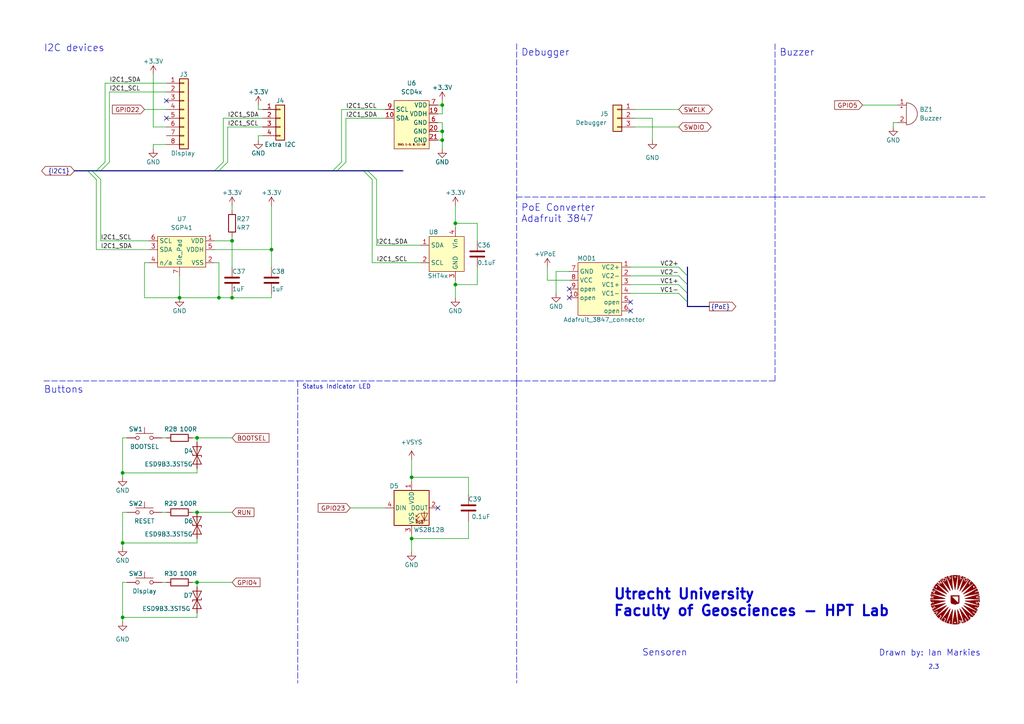
<source format=kicad_sch>
(kicad_sch (version 20211123) (generator eeschema)
  (paper "A4")
  (lib_symbols
    (symbol "Connector_Generic:Conn_01x03" (pin_names (offset 1.016) hide)
      (property "Reference" "J" (at 0 5.08 0))
      (property "Value" "Conn_01x03" (at 0 -5.08 0))
      (symbol "Conn_01x03_1_1"
        (pin passive line (at -5.08 2.54 0) (length 3.81) (name "Pin_1") (number "1"))
        (pin passive line (at -5.08 0 0) (length 3.81) (name "Pin_2") (number "2"))
        (pin passive line (at -5.08 -2.54 0) (length 3.81) (name "Pin_3") (number "3"))
      )
    )
    (symbol "Connector_Generic:Conn_01x04" (pin_names (offset 1.016) hide)
      (property "Reference" "J" (at 0 5.08 0))
      (property "Value" "Conn_01x04" (at 0 -7.62 0))
      (symbol "Conn_01x04_1_1"
        (pin passive line (at -5.08 2.54 0) (length 3.81) (name "Pin_1") (number "1"))
        (pin passive line (at -5.08 0 0) (length 3.81) (name "Pin_2") (number "2"))
        (pin passive line (at -5.08 -2.54 0) (length 3.81) (name "Pin_3") (number "3"))
        (pin passive line (at -5.08 -5.08 0) (length 3.81) (name "Pin_4") (number "4"))
      )
    )
    (symbol "Connector_Generic:Conn_01x08" (pin_names (offset 1.016) hide)
      (property "Reference" "J" (at 0 10.16 0))
      (property "Value" "Conn_01x08" (at 0 -12.7 0))
      (symbol "Conn_01x08_1_1"
        (pin passive line (at -5.08 7.62 0) (length 3.81) (name "Pin_1") (number "1"))
        (pin passive line (at -5.08 5.08 0) (length 3.81) (name "Pin_2") (number "2"))
        (pin passive line (at -5.08 2.54 0) (length 3.81) (name "Pin_3") (number "3"))
        (pin passive line (at -5.08 0 0) (length 3.81) (name "Pin_4") (number "4"))
        (pin passive line (at -5.08 -2.54 0) (length 3.81) (name "Pin_5") (number "5"))
        (pin passive line (at -5.08 -5.08 0) (length 3.81) (name "Pin_6") (number "6"))
        (pin passive line (at -5.08 -7.62 0) (length 3.81) (name "Pin_7") (number "7"))
        (pin passive line (at -5.08 -10.16 0) (length 3.81) (name "Pin_8") (number "8"))
      )
    )
    (symbol "Device:Buzzer" (pin_names (offset 0.0254) hide)
      (property "Reference" "BZ" (at 3.81 1.27 0))
      (property "Value" "Buzzer" (at 3.81 -1.27 0))
      (symbol "Buzzer_1_1"
        (pin passive line (at -2.54 2.54 0) (length 2.54) (name "-") (number "1"))
        (pin passive line (at -2.54 -2.54 0) (length 2.54) (name "+") (number "2"))
      )
    )
    (symbol "Device:C" (pin_numbers hide) (pin_names (offset 0.254))
      (property "Reference" "C" (at 0.635 2.54 0))
      (property "Value" "C" (at 0.635 -2.54 0))
      (symbol "C_1_1"
        (pin passive line (at 0 3.81 270) (length 2.794) (name "~") (number "1"))
        (pin passive line (at 0 -3.81 90) (length 2.794) (name "~") (number "2"))
      )
    )
    (symbol "Device:R" (pin_numbers hide) (pin_names (offset 0))
      (property "Reference" "R" (at 2.032 0 90))
      (property "Value" "R" (at 0 0 90))
      (symbol "R_1_1"
        (pin passive line (at 0 3.81 270) (length 1.27) (name "~") (number "1"))
        (pin passive line (at 0 -3.81 90) (length 1.27) (name "~") (number "2"))
      )
    )
    (symbol "Diode:ESD9B3.3ST5G" (pin_numbers hide) (pin_names (offset 1.016) hide)
      (property "Reference" "D" (at 0 2.54 0))
      (property "Value" "ESD9B3.3ST5G" (at 0 -2.54 0))
      (symbol "ESD9B3.3ST5G_1_1"
        (pin passive line (at -3.81 0 0) (length 2.54) (name "A1") (number "1"))
        (pin passive line (at 3.81 0 180) (length 2.54) (name "A2") (number "2"))
      )
    )
    (symbol "HPT:+VPoE" (power) (in_bom no) (on_board no)
      (property "Value" "+VPoE" (at 0 5.08 0))
      (symbol "+VPoE_1_1"
        (pin power_in line (at 0 0 90) (length 0) hide (name "+VPoE") (number ""))
      )
    )
    (symbol "HPT:+Vsys" (power) (in_bom no) (on_board no)
      (property "Value" "+Vsys" (at 0 3.81 0))
      (symbol "+Vsys_1_1"
        (pin power_in line (at 0 0 90) (length 0) hide (name "+VSYS") (number ""))
      )
    )
    (symbol "HPT:Adafruit_3847_connector"
      (property "Reference" "J" (at -5.08 7.62 0))
      (property "Value" "Adafruit_3847_connector" (at -1.27 -10.16 0))
      (symbol "Adafruit_3847_connector_1_1"
        (pin bidirectional line (at 8.89 5.08 180) (length 2.54) (name "VC2+") (number "1"))
        (pin passive line (at -8.89 -3.81 0) (length 2.54) (name "open") (number "10"))
        (pin bidirectional line (at 8.89 2.54 180) (length 2.54) (name "VC2-") (number "2"))
        (pin bidirectional line (at 8.89 0 180) (length 2.54) (name "VC1+") (number "3"))
        (pin bidirectional line (at 8.89 -2.54 180) (length 2.54) (name "VC1-") (number "4"))
        (pin passive line (at 8.89 -5.08 180) (length 2.54) (name "open") (number "5"))
        (pin passive line (at 8.89 -7.62 180) (length 2.54) (name "open") (number "6"))
        (pin power_out line (at -8.89 3.81 0) (length 2.54) (name "GND") (number "7"))
        (pin power_in line (at -8.89 1.27 0) (length 2.54) (name "VCC") (number "8"))
        (pin passive line (at -8.89 -1.27 0) (length 2.54) (name "open") (number "9"))
      )
    )
    (symbol "HPT:LOGO" (pin_names (offset 1.016)))
    (symbol "HPT:SCD4x"
      (property "Reference" "U" (at -3.81 6.35 0))
      (property "Value" "SCD4x" (at 2.54 -10.16 0))
      (symbol "SCD4x_0_0"
        (text "DNC: 1-5, 8, 11-18" (at 0 -7.62 0) (effects (font (size 0.5 0.5))))
      )
      (symbol "SCD4x_1_1"
        (pin no_connect line (at -7.62 -6.35 0) (length 2.54) hide (name "DNC") (number "1"))
        (pin power_in line (at -7.62 0 0) (length 2.54) (name "SDA") (number "10"))
        (pin no_connect line (at -7.62 -6.35 0) (length 2.54) hide (name "DNC") (number "11"))
        (pin no_connect line (at -7.62 -6.35 0) (length 2.54) hide (name "DNC") (number "12"))
        (pin no_connect line (at -7.62 -6.35 0) (length 2.54) hide (name "DNC") (number "13"))
        (pin no_connect line (at -7.62 -6.35 0) (length 2.54) hide (name "DNC") (number "14"))
        (pin no_connect line (at -7.62 -6.35 0) (length 2.54) hide (name "DNC") (number "15"))
        (pin no_connect line (at -7.62 -6.35 0) (length 2.54) hide (name "DNC") (number "16"))
        (pin no_connect line (at -7.62 -6.35 0) (length 2.54) hide (name "DNC") (number "17"))
        (pin no_connect line (at -7.62 -6.35 0) (length 2.54) hide (name "DNC") (number "18"))
        (pin power_in line (at 7.62 1.27 180) (length 2.54) (name "VDDH") (number "19"))
        (pin no_connect line (at -7.62 -6.35 0) (length 2.54) hide (name "DNC") (number "2"))
        (pin power_in line (at 7.62 -3.81 180) (length 2.54) (name "GND") (number "20"))
        (pin power_in line (at 7.62 -6.35 180) (length 2.54) (name "GND") (number "21"))
        (pin no_connect line (at -7.62 -6.35 0) (length 2.54) hide (name "DNC") (number "3"))
        (pin no_connect line (at -7.62 -6.35 0) (length 2.54) hide (name "DNC") (number "4"))
        (pin no_connect line (at -7.62 -6.35 0) (length 2.54) hide (name "DNC") (number "5"))
        (pin power_in line (at 7.62 -1.27 180) (length 2.54) (name "GND") (number "6"))
        (pin power_in line (at 7.62 3.81 180) (length 2.54) (name "VDD") (number "7"))
        (pin no_connect line (at -7.62 -6.35 0) (length 2.54) hide (name "DNC") (number "8"))
        (pin power_in line (at -7.62 2.54 0) (length 2.54) (name "SCL") (number "9"))
      )
    )
    (symbol "HPT:SGP41"
      (property "Reference" "U" (at -5.08 3.81 0))
      (property "Value" "SGP41" (at 5.08 -7.62 0))
      (symbol "SGP41_1_1"
        (pin power_in line (at 10.16 1.27 180) (length 2.54) (name "VDD") (number "1"))
        (pin power_in line (at 10.16 -5.08 180) (length 2.54) (name "VSS") (number "2"))
        (pin bidirectional line (at -8.89 -1.27 0) (length 2.54) (name "SDA") (number "3"))
        (pin passive line (at -8.89 -5.08 0) (length 2.54) (name "n/a") (number "4"))
        (pin power_in line (at 10.16 -1.27 180) (length 2.54) (name "VDDH") (number "5"))
        (pin bidirectional line (at -8.89 1.27 0) (length 2.54) (name "SCL") (number "6"))
        (pin power_in line (at 0 -8.89 90) (length 2.54) (name "Die_Pad") (number "7"))
      )
    )
    (symbol "HPT:SHT4x"
      (property "Reference" "U" (at 5.08 -6.35 0))
      (property "Value" "SHT4x" (at -2.54 6.35 0))
      (symbol "SHT4x_1_1"
        (pin bidirectional line (at -7.62 2.54 0) (length 2.54) (name "SDA") (number "1"))
        (pin bidirectional line (at -7.62 -2.54 0) (length 2.54) (name "SCL") (number "2"))
        (pin power_in line (at 2.54 -7.62 90) (length 2.54) (name "GND") (number "3"))
        (pin power_in line (at 2.54 7.62 270) (length 2.54) (name "Vin") (number "4"))
      )
    )
    (symbol "LED:WS2812B" (pin_names (offset 0.254))
      (property "Reference" "D" (at 5.08 5.715 0))
      (property "Value" "WS2812B" (at 1.27 -5.715 0))
      (symbol "WS2812B_0_0"
        (text "RGB" (at 2.286 -4.191 0) (effects (font (size 0.762 0.762))))
      )
      (symbol "WS2812B_1_1"
        (pin power_in line (at 0 7.62 270) (length 2.54) (name "VDD") (number "1"))
        (pin output line (at 7.62 0 180) (length 2.54) (name "DOUT") (number "2"))
        (pin power_in line (at 0 -7.62 90) (length 2.54) (name "VSS") (number "3"))
        (pin input line (at -7.62 0 0) (length 2.54) (name "DIN") (number "4"))
      )
    )
    (symbol "Switch:SW_Push" (pin_numbers hide) (pin_names (offset 1.016) hide)
      (property "Reference" "SW" (at 1.27 2.54 0))
      (property "Value" "SW_Push" (at 0 -1.524 0))
      (symbol "SW_Push_0_1"
        (pin passive line (at -5.08 0 0) (length 2.54) (name "1") (number "1"))
        (pin passive line (at 5.08 0 180) (length 2.54) (name "2") (number "2"))
      )
    )
    (symbol "power:+3.3V" (power) (pin_names (offset 0))
      (property "Value" "+3.3V" (at 0 3.556 0))
      (symbol "+3.3V_1_1"
        (pin power_in line (at 0 0 90) (length 0) hide (name "+3.3V") (number "1"))
      )
    )
    (symbol "power:GND" (power) (pin_names (offset 0))
      (property "Value" "GND" (at 0 -3.81 0))
      (symbol "GND_1_1"
        (pin power_in line (at 0 0 270) (length 0) hide (name "GND") (number "1"))
      )
    )
  )
  (bus_alias "PoE" (members "VC1+" "VC1-" "VC2+" "VC2-"))
  (junction (at 35.56 179.07))
  (junction (at 67.31 69.85))
  (junction (at 119.38 138.43))
  (junction (at 132.08 64.77))
  (junction (at 128.27 40.64))
  (junction (at 57.15 148.59))
  (junction (at 128.27 30.48))
  (junction (at 35.56 157.48))
  (junction (at 132.08 82.55))
  (junction (at 78.74 72.39))
  (junction (at 67.31 86.36))
  (junction (at 57.15 127))
  (junction (at 128.27 38.1))
  (junction (at 57.15 168.91))
  (junction (at 52.07 86.36))
  (junction (at 63.5 86.36))
  (junction (at 35.56 137.16))
  (junction (at 119.38 156.21))
  (no_connect (at 127 147.32))
  (no_connect (at 165.1 86.36))
  (no_connect (at 182.88 87.63))
  (no_connect (at 48.26 29.21))
  (no_connect (at 48.26 34.29))
  (no_connect (at 182.88 90.17))
  (no_connect (at 165.1 83.82))
  (bus_entry (at 196.85 85.09) (size 2.54 2.54))
  (bus_entry (at 63.5 49.53) (size 2.54 -2.54))
  (bus_entry (at 62.23 49.53) (size 2.54 -2.54))
  (bus_entry (at 26.67 49.53) (size 2.54 2.54))
  (bus_entry (at 25.4 49.53) (size 2.54 2.54))
  (bus_entry (at 106.68 49.53) (size 2.54 2.54))
  (bus_entry (at 105.41 49.53) (size 2.54 2.54))
  (bus_entry (at 29.21 49.53) (size 2.54 -2.54))
  (bus_entry (at 27.94 49.53) (size 2.54 -2.54))
  (bus_entry (at 199.39 80.01) (size -2.54 -2.54))
  (bus_entry (at 199.39 82.55) (size -2.54 -2.54))
  (bus_entry (at 199.39 85.09) (size -2.54 -2.54))
  (bus_entry (at 96.52 49.53) (size 2.54 -2.54))
  (bus_entry (at 97.79 49.53) (size 2.54 -2.54))
  (bus (pts (xy 199.39 88.9) (xy 205.74 88.9)))
  (bus (pts (xy 29.21 49.53) (xy 62.23 49.53)))
  (wire (pts (xy 76.2 39.37) (xy 74.93 39.37)))
  (wire (pts (xy 107.95 52.07) (xy 107.95 76.2)))
  (wire (pts (xy 63.5 76.2) (xy 63.5 86.36)))
  (wire (pts (xy 74.93 30.48) (xy 74.93 31.75)))
  (wire (pts (xy 107.95 76.2) (xy 121.92 76.2)))
  (wire (pts (xy 48.26 148.59) (xy 46.99 148.59)))
  (bus (pts (xy 105.41 49.53) (xy 106.68 49.53)))
  (wire (pts (xy 27.94 52.07) (xy 27.94 72.39)))
  (wire (pts (xy 36.83 148.59) (xy 35.56 148.59)))
  (wire (pts (xy 100.33 34.29) (xy 111.76 34.29)))
  (wire (pts (xy 41.91 31.75) (xy 48.26 31.75)))
  (bus (pts (xy 21.59 49.53) (xy 25.4 49.53)))
  (wire (pts (xy 35.56 168.91) (xy 35.56 179.07)))
  (wire (pts (xy 184.15 36.83) (xy 196.85 36.83)))
  (bus (pts (xy 26.67 49.53) (xy 27.94 49.53)))
  (bus (pts (xy 199.39 82.55) (xy 199.39 85.09)))
  (wire (pts (xy 63.5 86.36) (xy 67.31 86.36)))
  (wire (pts (xy 127 38.1) (xy 128.27 38.1)))
  (wire (pts (xy 27.94 72.39) (xy 43.18 72.39)))
  (wire (pts (xy 67.31 148.59) (xy 57.15 148.59)))
  (wire (pts (xy 128.27 40.64) (xy 128.27 43.18)))
  (wire (pts (xy 62.23 69.85) (xy 67.31 69.85)))
  (bus (pts (xy 97.79 49.53) (xy 105.41 49.53)))
  (wire (pts (xy 36.83 127) (xy 35.56 127)))
  (wire (pts (xy 128.27 38.1) (xy 128.27 40.64)))
  (wire (pts (xy 119.38 160.02) (xy 119.38 156.21)))
  (wire (pts (xy 138.43 64.77) (xy 138.43 69.85)))
  (wire (pts (xy 48.26 36.83) (xy 44.45 36.83)))
  (wire (pts (xy 259.08 35.56) (xy 259.08 36.83)))
  (wire (pts (xy 119.38 138.43) (xy 135.89 138.43)))
  (wire (pts (xy 128.27 29.21) (xy 128.27 30.48)))
  (wire (pts (xy 35.56 137.16) (xy 35.56 138.43)))
  (wire (pts (xy 158.75 77.47) (xy 158.75 81.28)))
  (bus (pts (xy 106.68 49.53) (xy 116.84 49.53)))
  (wire (pts (xy 132.08 59.69) (xy 132.08 64.77)))
  (bus (pts (xy 97.79 49.53) (xy 96.52 49.53)))
  (bus (pts (xy 25.4 49.53) (xy 26.67 49.53)))
  (polyline (pts (xy 86.36 110.49) (xy 149.86 110.49)))
  (wire (pts (xy 35.56 157.48) (xy 35.56 158.75)))
  (wire (pts (xy 66.04 46.99) (xy 66.04 36.83)))
  (wire (pts (xy 132.08 86.36) (xy 132.08 82.55)))
  (wire (pts (xy 250.19 30.48) (xy 260.35 30.48)))
  (bus (pts (xy 199.39 77.47) (xy 199.39 80.01)))
  (polyline (pts (xy 224.79 57.15) (xy 285.75 57.15)))
  (wire (pts (xy 62.23 72.39) (xy 78.74 72.39)))
  (polyline (pts (xy 149.86 57.15) (xy 224.79 57.15)))
  (wire (pts (xy 182.88 77.47) (xy 196.85 77.47)))
  (wire (pts (xy 101.6 147.32) (xy 111.76 147.32)))
  (wire (pts (xy 29.21 69.85) (xy 29.21 52.07)))
  (wire (pts (xy 35.56 127) (xy 35.56 137.16)))
  (bus (pts (xy 199.39 87.63) (xy 199.39 88.9)))
  (wire (pts (xy 52.07 86.36) (xy 63.5 86.36)))
  (wire (pts (xy 57.15 168.91) (xy 55.88 168.91)))
  (polyline (pts (xy 224.79 110.49) (xy 224.79 57.15)))
  (wire (pts (xy 55.88 148.59) (xy 57.15 148.59)))
  (bus (pts (xy 199.39 80.01) (xy 199.39 82.55)))
  (wire (pts (xy 138.43 82.55) (xy 132.08 82.55)))
  (wire (pts (xy 119.38 156.21) (xy 119.38 154.94)))
  (wire (pts (xy 30.48 24.13) (xy 30.48 46.99)))
  (polyline (pts (xy 12.7 110.49) (xy 86.36 110.49)))
  (wire (pts (xy 46.99 127) (xy 48.26 127)))
  (wire (pts (xy 111.76 31.75) (xy 99.06 31.75)))
  (wire (pts (xy 41.91 76.2) (xy 43.18 76.2)))
  (wire (pts (xy 74.93 39.37) (xy 74.93 40.64)))
  (wire (pts (xy 135.89 151.13) (xy 135.89 156.21)))
  (bus (pts (xy 199.39 85.09) (xy 199.39 87.63)))
  (wire (pts (xy 109.22 71.12) (xy 121.92 71.12)))
  (wire (pts (xy 66.04 36.83) (xy 76.2 36.83)))
  (wire (pts (xy 184.15 31.75) (xy 196.85 31.75)))
  (wire (pts (xy 127 33.02) (xy 128.27 33.02)))
  (wire (pts (xy 52.07 80.01) (xy 52.07 86.36)))
  (wire (pts (xy 119.38 138.43) (xy 119.38 133.35)))
  (wire (pts (xy 161.29 78.74) (xy 161.29 85.09)))
  (wire (pts (xy 57.15 179.07) (xy 35.56 179.07)))
  (wire (pts (xy 67.31 59.69) (xy 67.31 60.96)))
  (wire (pts (xy 57.15 179.07) (xy 57.15 177.8)))
  (wire (pts (xy 36.83 168.91) (xy 35.56 168.91)))
  (wire (pts (xy 44.45 41.91) (xy 44.45 43.18)))
  (wire (pts (xy 132.08 64.77) (xy 138.43 64.77)))
  (wire (pts (xy 189.23 34.29) (xy 189.23 40.64)))
  (wire (pts (xy 31.75 26.67) (xy 48.26 26.67)))
  (wire (pts (xy 57.15 170.18) (xy 57.15 168.91)))
  (wire (pts (xy 67.31 86.36) (xy 67.31 85.09)))
  (bus (pts (xy 63.5 49.53) (xy 96.52 49.53)))
  (wire (pts (xy 127 30.48) (xy 128.27 30.48)))
  (wire (pts (xy 135.89 156.21) (xy 119.38 156.21)))
  (wire (pts (xy 78.74 59.69) (xy 78.74 72.39)))
  (wire (pts (xy 109.22 52.07) (xy 109.22 71.12)))
  (wire (pts (xy 57.15 137.16) (xy 35.56 137.16)))
  (wire (pts (xy 55.88 127) (xy 57.15 127)))
  (wire (pts (xy 41.91 76.2) (xy 41.91 86.36)))
  (wire (pts (xy 62.23 76.2) (xy 63.5 76.2)))
  (wire (pts (xy 138.43 77.47) (xy 138.43 82.55)))
  (bus (pts (xy 27.94 49.53) (xy 29.21 49.53)))
  (wire (pts (xy 119.38 138.43) (xy 119.38 139.7)))
  (wire (pts (xy 127 40.64) (xy 128.27 40.64)))
  (wire (pts (xy 64.77 34.29) (xy 76.2 34.29)))
  (polyline (pts (xy 224.79 12.7) (xy 224.79 57.15)))
  (wire (pts (xy 260.35 35.56) (xy 259.08 35.56)))
  (wire (pts (xy 48.26 41.91) (xy 44.45 41.91)))
  (wire (pts (xy 127 35.56) (xy 128.27 35.56)))
  (wire (pts (xy 57.15 156.21) (xy 57.15 157.48)))
  (wire (pts (xy 67.31 69.85) (xy 67.31 68.58)))
  (wire (pts (xy 135.89 138.43) (xy 135.89 143.51)))
  (wire (pts (xy 100.33 46.99) (xy 100.33 34.29)))
  (wire (pts (xy 35.56 148.59) (xy 35.56 157.48)))
  (wire (pts (xy 165.1 81.28) (xy 158.75 81.28)))
  (bus (pts (xy 62.23 49.53) (xy 63.5 49.53)))
  (wire (pts (xy 182.88 85.09) (xy 196.85 85.09)))
  (wire (pts (xy 182.88 80.01) (xy 196.85 80.01)))
  (wire (pts (xy 30.48 24.13) (xy 48.26 24.13)))
  (wire (pts (xy 132.08 64.77) (xy 132.08 66.04)))
  (wire (pts (xy 67.31 86.36) (xy 78.74 86.36)))
  (wire (pts (xy 57.15 137.16) (xy 57.15 135.89)))
  (wire (pts (xy 182.88 82.55) (xy 196.85 82.55)))
  (wire (pts (xy 31.75 46.99) (xy 31.75 26.67)))
  (wire (pts (xy 67.31 168.91) (xy 57.15 168.91)))
  (wire (pts (xy 128.27 30.48) (xy 128.27 33.02)))
  (wire (pts (xy 67.31 127) (xy 57.15 127)))
  (wire (pts (xy 29.21 69.85) (xy 43.18 69.85)))
  (polyline (pts (xy 149.86 110.49) (xy 149.86 198.12)))
  (wire (pts (xy 184.15 34.29) (xy 189.23 34.29)))
  (wire (pts (xy 44.45 36.83) (xy 44.45 21.59)))
  (wire (pts (xy 99.06 31.75) (xy 99.06 46.99)))
  (wire (pts (xy 78.74 72.39) (xy 78.74 77.47)))
  (wire (pts (xy 57.15 128.27) (xy 57.15 127)))
  (wire (pts (xy 41.91 86.36) (xy 52.07 86.36)))
  (wire (pts (xy 128.27 35.56) (xy 128.27 38.1)))
  (polyline (pts (xy 149.86 110.49) (xy 224.79 110.49)))
  (wire (pts (xy 48.26 168.91) (xy 46.99 168.91)))
  (polyline (pts (xy 86.36 110.49) (xy 86.36 198.12)))
  (wire (pts (xy 132.08 82.55) (xy 132.08 81.28)))
  (wire (pts (xy 35.56 179.07) (xy 35.56 180.34)))
  (wire (pts (xy 74.93 31.75) (xy 76.2 31.75)))
  (wire (pts (xy 78.74 85.09) (xy 78.74 86.36)))
  (wire (pts (xy 165.1 78.74) (xy 161.29 78.74)))
  (polyline (pts (xy 149.86 12.7) (xy 149.86 110.49)))
  (wire (pts (xy 57.15 157.48) (xy 35.56 157.48)))
  (wire (pts (xy 64.77 46.99) (xy 64.77 34.29)))
  (wire (pts (xy 67.31 69.85) (xy 67.31 77.47)))
  (text "PoE Converter\nAdafruit 3847\n" (at 151.13 64.77 0) (effects (font (size 2 2)) (justify left bottom)))
  (text "Drawn by: Ian Markies" (at 284.48 190.5 180) (effects (font (size 1.75 1.75)) (justify right bottom)))
  (text "Status Indicator LED" (at 87.63 113.03 0) (effects (font (size 1.27 1.27)) (justify left bottom)))
  (text "Utrecht University\nFaculty of Geosciences - HPT Lab" (at 177.8 179.07 0) (effects (font (size 3 3) (thickness 0.6) bold) (justify left bottom)))
  (text "2.3" (at 269.24 194.31 0) (effects (font (size 1.27 1.27)) (justify left bottom)))
  (text "I2C devices\n" (at 12.7 15.24 0) (effects (font (size 2 2)) (justify left bottom)))
  (text "Buzzer" (at 226.06 16.51 0) (effects (font (size 2 2)) (justify left bottom)))
  (text "Buttons" (at 12.7 114.3 0) (effects (font (size 2 2)) (justify left bottom)))
  (text "Debugger" (at 151.13 16.51 0) (effects (font (size 2 2)) (justify left bottom)))
  (text "Sensoren" (at 199.39 190.5 180) (effects (font (size 1.905 1.905)) (justify right bottom)))
  (label "I2C1_SDA" (at 100.33 34.29 0))
  (label "I2C1_SCL" (at 31.75 26.67 0))
  (label "I2C1_SDA" (at 31.75 24.13 0))
  (label "I2C1_SDA" (at 66.04 34.29 0))
  (label "VC1-" (at 196.85 85.09 180))
  (label "VC2+" (at 196.85 77.47 180))
  (label "I2C1_SCL" (at 100.33 31.75 0))
  (label "VC1+" (at 196.85 82.55 180))
  (label "I2C1_SCL" (at 109.22 76.2 0))
  (label "I2C1_SCL" (at 66.04 36.83 0))
  (label "I2C1_SDA" (at 109.22 71.12 0))
  (label "VC2-" (at 196.85 80.01 180))
  (label "I2C1_SCL" (at 29.21 69.85 0))
  (label "I2C1_SDA" (at 29.21 72.39 0))
  (global_label "BOOTSEL" (shape input) (at 67.31 127 0) (property "Intersheet References" "${INTERSHEET_REFS}" (effects hide)))
  (global_label "GPIO5" (shape input) (at 250.19 30.48 180) (property "Intersheet References" "${INTERSHEET_REFS}" (effects hide)))
  (global_label "{I2C1}" (shape bidirectional) (at 21.59 49.53 180) (property "Intersheet References" "${INTERSHEET_REFS}" (effects hide)))
  (global_label "{PoE}" (shape output) (at 205.74 88.9 0) (property "Intersheet References" "${INTERSHEET_REFS}" (effects hide)))
  (global_label "SWDIO" (shape bidirectional) (at 196.85 36.83 0) (property "Intersheet References" "${INTERSHEET_REFS}" (effects hide)))
  (global_label "SWCLK" (shape bidirectional) (at 196.85 31.75 0) (property "Intersheet References" "${INTERSHEET_REFS}" (effects hide)))
  (global_label "GPIO23" (shape input) (at 101.6 147.32 180) (property "Intersheet References" "${INTERSHEET_REFS}" (effects hide)))
  (global_label "GPIO22" (shape input) (at 41.91 31.75 180) (property "Intersheet References" "${INTERSHEET_REFS}" (effects hide)))
  (global_label "RUN" (shape input) (at 67.31 148.59 0) (property "Intersheet References" "${INTERSHEET_REFS}" (effects hide)))
  (global_label "GPIO4" (shape input) (at 67.31 168.91 0) (property "Intersheet References" "${INTERSHEET_REFS}" (effects hide)))
  (symbol (lib_id "power:GND") (at 44.45 43.18 0) (mirror y) (unit 1)
    (property "Reference" "#PWR046" (effects hide))
    (property "Value" "GND" (at 44.45 46.99 0))
  )
  (symbol (lib_id "power:+3.3V") (at 78.74 59.69 0) (unit 1)
    (property "Reference" "#PWR049" (effects hide))
    (property "Value" "+3.3V" (at 78.74 55.88 0))
  )
  (symbol (lib_id "HPT:Adafruit_3847_connector") (at 173.99 82.55 0) (unit 1)
    (property "Reference" "MOD1" (at 170.18 74.93 0))
    (property "Value" "Adafruit_3847_connector" (at 175.26 92.71 0))
    (property "Footprint" "HPT:Adafruit 3847 connector" (effects hide))
  )
  (symbol (lib_id "Connector_Generic:Conn_01x04") (at 81.28 34.29 0) (unit 1)
    (property "Reference" "J4" (at 81.28 29.21 0))
    (property "Value" "Extra I2C" (at 81.28 41.91 0))
    (property "Footprint" "Connector_Molex:Molex_KK-396_A-41791-0004_1x04_P3.96mm_Vertical" (effects hide))
  )
  (symbol (lib_id "Connector_Generic:Conn_01x03") (at 179.07 34.29 0) (mirror y) (unit 1)
    (property "Reference" "J5" (at 175.26 33.02 0))
    (property "Value" "Debugger" (at 171.45 35.56 0))
    (property "Footprint" "Connector_PinHeader_2.54mm:PinHeader_1x03_P2.54mm_Vertical" (effects hide))
  )
  (symbol (lib_id "Diode:ESD9B3.3ST5G") (at 57.15 132.08 90) (unit 1)
    (property "Reference" "D4" (at 53.34 130.81 90) (effects (justify right)))
    (property "Value" "ESD9B3.3ST5G" (at 41.91 134.62 90) (effects (justify right)))
    (property "Footprint" "Diode_SMD:D_SOD-923" (effects hide))
    (property "Datasheet" "https://www.onsemi.com/pub/Collateral/ESD9B-D.PDF" (effects hide))
  )
  (symbol (lib_id "power:+3.3V") (at 67.31 59.69 0) (unit 1)
    (property "Reference" "#PWR048" (effects hide))
    (property "Value" "+3.3V" (at 67.31 55.88 0))
  )
  (symbol (lib_id "Device:C") (at 135.89 147.32 0) (mirror y) (unit 1)
    (property "Reference" "C39" (at 139.7 144.78 0) (effects (justify left)))
    (property "Value" "0.1uF" (at 142.24 149.86 0) (effects (justify left)))
    (property "Footprint" "Capacitor_SMD:C_0402_1005Metric" (effects hide))
  )
  (symbol (lib_id "power:+3.3V") (at 74.93 30.48 0) (mirror y) (unit 1)
    (property "Reference" "#PWR042" (effects hide))
    (property "Value" "+3.3V" (at 74.93 26.67 0))
  )
  (symbol (lib_id "power:GND") (at 132.08 86.36 0) (unit 1)
    (property "Reference" "#PWR053" (effects hide))
    (property "Value" "GND" (at 132.08 90.17 0))
  )
  (symbol (lib_id "power:GND") (at 161.29 85.09 0) (mirror y) (unit 1)
    (property "Reference" "#PWR051" (effects hide))
    (property "Value" "GND" (at 161.29 88.9 0))
  )
  (symbol (lib_id "power:GND") (at 119.38 160.02 0) (unit 1)
    (property "Reference" "#PWR056" (effects hide))
    (property "Value" "GND" (at 119.38 163.83 0))
  )
  (symbol (lib_id "Switch:SW_Push") (at 41.91 127 0) (unit 1)
    (property "Reference" "SW1" (at 39.37 124.46 0))
    (property "Value" "BOOTSEL" (at 41.91 129.54 0))
    (property "Footprint" "HPT:Switch" (effects hide))
  )
  (symbol (lib_id "HPT:SCD4x") (at 119.38 34.29 0) (unit 1)
    (property "Reference" "U6" (at 119.38 24.13 0))
    (property "Value" "SCD4x" (at 119.38 26.67 0))
    (property "Footprint" "HPT:SDC4x" (effects hide))
  )
  (symbol (lib_id "Device:R") (at 52.07 168.91 90) (unit 1)
    (property "Reference" "R30" (at 49.53 166.37 90))
    (property "Value" "100R" (at 54.61 166.37 90))
    (property "Footprint" "Resistor_SMD:R_0402_1005Metric" (effects hide))
  )
  (symbol (lib_id "Device:R") (at 52.07 127 270) (mirror x) (unit 1)
    (property "Reference" "R28" (at 49.53 124.46 90))
    (property "Value" "100R" (at 54.61 124.46 90))
    (property "Footprint" "Resistor_SMD:R_0402_1005Metric" (effects hide))
  )
  (symbol (lib_id "Switch:SW_Push") (at 41.91 148.59 0) (unit 1)
    (property "Reference" "SW2" (at 39.37 146.05 0))
    (property "Value" "RESET" (at 41.91 151.13 0))
    (property "Footprint" "HPT:Switch" (effects hide))
  )
  (symbol (lib_id "LED:WS2812B") (at 119.38 147.32 0) (unit 1)
    (property "Reference" "D5" (at 114.3 140.97 0))
    (property "Value" "WS2812B" (at 124.46 153.67 0))
    (property "Footprint" "LED_SMD:LED_WS2812B_PLCC4_5.0x5.0mm_P3.2mm" (effects hide))
    (property "Datasheet" "https://cdn-shop.adafruit.com/datasheets/WS2812B.pdf" (effects hide))
  )
  (symbol (lib_id "HPT:LOGO") (at 276.86 173.99 0) (unit 1)
    (property "Reference" "#G4" (effects hide))
    (property "Value" "LOGO" (effects hide))
  )
  (symbol (lib_id "Diode:ESD9B3.3ST5G") (at 57.15 173.99 270) (mirror x) (unit 1)
    (property "Reference" "D7" (at 54.61 172.72 90))
    (property "Value" "ESD9B3.3ST5G" (at 48.26 176.53 90))
    (property "Footprint" "Diode_SMD:D_SOD-923" (effects hide))
    (property "Datasheet" "https://www.onsemi.com/pub/Collateral/ESD9B-D.PDF" (effects hide))
  )
  (symbol (lib_id "HPT:SHT4x") (at 129.54 73.66 0) (unit 1)
    (property "Reference" "U8" (at 125.73 67.31 0))
    (property "Value" "SHT4x" (at 127 80.01 0))
    (property "Footprint" "HPT:SHT4x" (effects hide))
  )
  (symbol (lib_id "power:+3.3V") (at 132.08 59.69 0) (unit 1)
    (property "Reference" "#PWR050" (effects hide))
    (property "Value" "+3.3V" (at 132.08 55.88 0))
  )
  (symbol (lib_id "power:GND") (at 35.56 138.43 0) (unit 1)
    (property "Reference" "#PWR054" (effects hide))
    (property "Value" "GND" (at 35.56 142.24 0))
  )
  (symbol (lib_id "power:GND") (at 35.56 180.34 0) (mirror y) (unit 1)
    (property "Reference" "#PWR057" (effects hide))
    (property "Value" "GND" (at 35.56 185.42 0))
  )
  (symbol (lib_id "power:+3.3V") (at 44.45 21.59 0) (mirror y) (unit 1)
    (property "Reference" "#PWR040" (effects hide))
    (property "Value" "+3.3V" (at 44.45 17.78 0))
  )
  (symbol (lib_id "power:GND") (at 128.27 43.18 0) (unit 1)
    (property "Reference" "#PWR047" (effects hide))
    (property "Value" "GND" (at 128.27 46.99 0))
  )
  (symbol (lib_id "Switch:SW_Push") (at 41.91 168.91 0) (mirror y) (unit 1)
    (property "Reference" "SW3" (at 39.37 166.37 0))
    (property "Value" "Display" (at 41.91 171.45 0))
    (property "Footprint" "Button_Switch_SMD:SW_Push_1P1T_NO_6x6mm_H9.5mm" (effects hide))
  )
  (symbol (lib_id "Connector_Generic:Conn_01x08") (at 53.34 31.75 0) (unit 1)
    (property "Reference" "J3" (at 52.07 21.59 0) (effects (justify left)))
    (property "Value" "Display" (at 49.53 44.45 0) (effects (justify left)))
    (property "Footprint" "Connector_PinHeader_2.54mm:PinHeader_1x08_P2.54mm_Vertical" (effects hide))
  )
  (symbol (lib_id "Device:Buzzer") (at 262.89 33.02 0) (unit 1)
    (property "Reference" "BZ1" (at 266.7 31.7499 0) (effects (justify left)))
    (property "Value" "Buzzer" (at 266.7 34.2899 0) (effects (justify left)))
    (property "Footprint" "Buzzer_Beeper:Buzzer_TDK_PS1240P02BT_D12.2mm_H6.5mm" (effects hide))
  )
  (symbol (lib_id "Device:R") (at 67.31 64.77 0) (unit 1)
    (property "Reference" "R27" (at 68.58 63.5 0) (effects (justify left)))
    (property "Value" "4R7" (at 68.58 66.04 0) (effects (justify left)))
    (property "Footprint" "Resistor_SMD:R_0402_1005Metric" (effects hide))
  )
  (symbol (lib_id "Device:R") (at 52.07 148.59 270) (mirror x) (unit 1)
    (property "Reference" "R29" (at 49.53 146.05 90))
    (property "Value" "100R" (at 54.61 146.05 90))
    (property "Footprint" "Resistor_SMD:R_0402_1005Metric" (effects hide))
  )
  (symbol (lib_id "HPT:+VPoE") (at 158.75 77.47 0) (unit 1) (in_bom no) (on_board no)
    (property "Reference" "#U09" (effects hide))
    (property "Value" "+VPoE" (at 154.94 73.66 0) (effects (justify left)))
  )
  (symbol (lib_id "power:GND") (at 35.56 158.75 0) (unit 1)
    (property "Reference" "#PWR055" (effects hide))
    (property "Value" "GND" (at 35.56 162.56 0))
  )
  (symbol (lib_id "Device:C") (at 67.31 81.28 0) (unit 1)
    (property "Reference" "C37" (at 67.31 78.74 0) (effects (justify left)))
    (property "Value" "1uF" (at 67.31 83.82 0) (effects (justify left)))
    (property "Footprint" "Capacitor_SMD:C_0402_1005Metric" (effects hide))
  )
  (symbol (lib_id "power:GND") (at 259.08 36.83 0) (unit 1)
    (property "Reference" "#PWR043" (effects hide))
    (property "Value" "GND" (at 259.08 40.64 0))
  )
  (symbol (lib_id "power:GND") (at 52.07 86.36 0) (unit 1)
    (property "Reference" "#PWR052" (effects hide))
    (property "Value" "GND" (at 52.07 90.17 0))
  )
  (symbol (lib_id "Device:C") (at 138.43 73.66 0) (mirror x) (unit 1)
    (property "Reference" "C36" (at 138.43 71.12 0) (effects (justify left)))
    (property "Value" "0.1uF" (at 138.43 76.2 0) (effects (justify left)))
    (property "Footprint" "Capacitor_SMD:C_0402_1005Metric" (effects hide))
  )
  (symbol (lib_id "power:GND") (at 74.93 40.64 0) (mirror y) (unit 1)
    (property "Reference" "#PWR044" (effects hide))
    (property "Value" "GND" (at 74.93 44.45 0))
  )
  (symbol (lib_id "Diode:ESD9B3.3ST5G") (at 57.15 152.4 90) (unit 1)
    (property "Reference" "D6" (at 53.34 151.13 90) (effects (justify right)))
    (property "Value" "ESD9B3.3ST5G" (at 41.91 154.94 90) (effects (justify right)))
    (property "Footprint" "Diode_SMD:D_SOD-923" (effects hide))
    (property "Datasheet" "https://www.onsemi.com/pub/Collateral/ESD9B-D.PDF" (effects hide))
  )
  (symbol (lib_id "power:GND") (at 189.23 40.64 0) (unit 1)
    (property "Reference" "#PWR045" (effects hide))
    (property "Value" "GND" (at 189.23 45.72 0))
  )
  (symbol (lib_id "HPT:SGP41") (at 52.07 71.12 0) (unit 1)
    (property "Reference" "U7" (at 52.705 63.5 0))
    (property "Value" "SGP41" (at 52.705 66.04 0))
    (property "Footprint" "HPT:XDCR_SGP41-D-R4" (effects hide))
  )
  (symbol (lib_id "HPT:+Vsys") (at 119.38 133.35 0) (unit 1) (in_bom no) (on_board no)
    (property "Reference" "#PWRSYS01" (effects hide))
    (property "Value" "+Vsys" (at 119.38 128.27 0))
  )
  (symbol (lib_id "power:+3.3V") (at 128.27 29.21 0) (unit 1)
    (property "Reference" "#PWR041" (effects hide))
    (property "Value" "+3.3V" (at 128.27 25.4 0))
  )
  (symbol (lib_id "Device:C") (at 78.74 81.28 0) (unit 1)
    (property "Reference" "C38" (at 78.74 78.74 0) (effects (justify left)))
    (property "Value" "1uF" (at 78.74 83.82 0) (effects (justify left)))
    (property "Footprint" "Capacitor_SMD:C_0402_1005Metric" (effects hide))
  )
)
</source>
